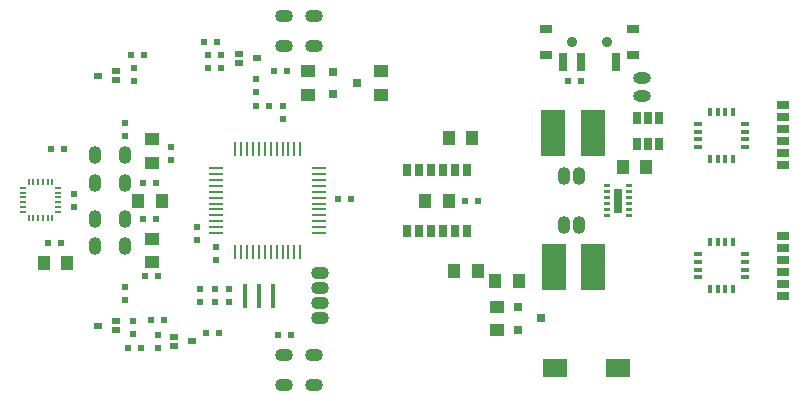
<source format=gts>
G04 #@! TF.FileFunction,Soldermask,Top*
%FSLAX46Y46*%
G04 Gerber Fmt 4.6, Leading zero omitted, Abs format (unit mm)*
G04 Created by KiCad (PCBNEW 4.0.0-rc2-stable) date 2016/07/16 8:54:14*
%MOMM*%
G01*
G04 APERTURE LIST*
%ADD10C,0.150000*%
%ADD11R,1.000000X1.250000*%
%ADD12R,0.600000X0.500000*%
%ADD13R,0.500000X0.600000*%
%ADD14R,1.250000X1.000000*%
%ADD15O,1.500000X1.100000*%
%ADD16O,1.100000X1.500000*%
%ADD17R,2.000000X3.900000*%
%ADD18O,1.500000X1.000000*%
%ADD19R,0.800000X1.000000*%
%ADD20R,1.000000X0.800000*%
%ADD21R,0.650000X1.060000*%
%ADD22C,0.900000*%
%ADD23R,0.700000X1.500000*%
%ADD24R,2.000000X1.600000*%
%ADD25R,0.500000X0.200000*%
%ADD26R,0.600000X0.200000*%
%ADD27R,0.200000X0.500000*%
%ADD28R,0.200000X0.600000*%
%ADD29R,0.250000X1.300000*%
%ADD30R,1.300000X0.250000*%
%ADD31R,0.800000X0.350000*%
%ADD32R,0.350000X0.800000*%
%ADD33R,0.400000X2.000000*%
%ADD34R,0.800000X0.500000*%
%ADD35R,0.800100X0.800100*%
G04 APERTURE END LIST*
D10*
D11*
X103394000Y-87731600D03*
X105394000Y-87731600D03*
D12*
X103793200Y-86106000D03*
X104893200Y-86106000D03*
D13*
X105918000Y-81949200D03*
X105918000Y-83049200D03*
X116332000Y-84730500D03*
X116332000Y-85830500D03*
X123634500Y-75543500D03*
X123634500Y-74443500D03*
D14*
X131953000Y-73517000D03*
X131953000Y-71517000D03*
D11*
X143621000Y-89281000D03*
X141621000Y-89281000D03*
D13*
X117983000Y-87545000D03*
X117983000Y-86445000D03*
D14*
X125730000Y-73517000D03*
X125730000Y-71517000D03*
X141732000Y-93456000D03*
X141732000Y-91456000D03*
D11*
X154416000Y-79629000D03*
X152416000Y-79629000D03*
X139684000Y-77216000D03*
X137684000Y-77216000D03*
X140128500Y-88455500D03*
X138128500Y-88455500D03*
D15*
X123761500Y-69405500D03*
X123761500Y-66865500D03*
D16*
X110286800Y-78638400D03*
X107746800Y-78638400D03*
X110286800Y-86360000D03*
X107746800Y-86360000D03*
D11*
X137715500Y-82486500D03*
X135715500Y-82486500D03*
D15*
X123748800Y-95554800D03*
X123748800Y-98094800D03*
D14*
X112522000Y-85715600D03*
X112522000Y-87715600D03*
D11*
X113369600Y-82499200D03*
X111369600Y-82499200D03*
D14*
X112522000Y-77282800D03*
X112522000Y-79282800D03*
D17*
X146493000Y-76791000D03*
X149922000Y-76791000D03*
X149860000Y-88138000D03*
X146558000Y-88138000D03*
D18*
X154051000Y-72079000D03*
X154051000Y-73606000D03*
D15*
X126746000Y-88646000D03*
X126746000Y-89916000D03*
X126746000Y-91186000D03*
X126746000Y-92456000D03*
D16*
X148717000Y-80391000D03*
X147447000Y-80391000D03*
X147447000Y-84582000D03*
X148717000Y-84582000D03*
D19*
X134112000Y-85090000D03*
X136144000Y-85090000D03*
X135128000Y-85090000D03*
X139192000Y-85090000D03*
X138176000Y-85090000D03*
X137160000Y-85090000D03*
X139192000Y-79883000D03*
X137160000Y-79883000D03*
X138176000Y-79883000D03*
X134112000Y-79883000D03*
X135128000Y-79883000D03*
X136144000Y-79883000D03*
D20*
X165989000Y-90551000D03*
X165989000Y-88519000D03*
X165989000Y-89535000D03*
X165989000Y-85471000D03*
X165989000Y-86487000D03*
X165989000Y-87503000D03*
X165989000Y-79502000D03*
X165989000Y-77470000D03*
X165989000Y-78486000D03*
X165989000Y-74422000D03*
X165989000Y-75438000D03*
X165989000Y-76454000D03*
D15*
X126238000Y-69405500D03*
X126238000Y-66865500D03*
D16*
X110286800Y-80975200D03*
X107746800Y-80975200D03*
X110286800Y-84023200D03*
X107746800Y-84023200D03*
D15*
X126238000Y-95554800D03*
X126238000Y-98094800D03*
D21*
X153609000Y-77681000D03*
X154559000Y-77681000D03*
X155509000Y-77681000D03*
X155509000Y-75481000D03*
X153609000Y-75481000D03*
X154559000Y-75481000D03*
D12*
X123994000Y-71501000D03*
X122894000Y-71501000D03*
D13*
X117284500Y-70125500D03*
X117284500Y-71225500D03*
X118364000Y-70125500D03*
X118364000Y-71225500D03*
D12*
X118088500Y-69024500D03*
X116988500Y-69024500D03*
X111819600Y-80975200D03*
X112919600Y-80975200D03*
X111903600Y-70154800D03*
X110803600Y-70154800D03*
D13*
X110998000Y-72330400D03*
X110998000Y-71230400D03*
X110236000Y-77004000D03*
X110236000Y-75904000D03*
D12*
X147786000Y-72390000D03*
X148886000Y-72390000D03*
X111819600Y-84023200D03*
X112919600Y-84023200D03*
X110549600Y-94996000D03*
X111649600Y-94996000D03*
D13*
X110947200Y-93768000D03*
X110947200Y-92668000D03*
D12*
X124298800Y-93878400D03*
X123198800Y-93878400D03*
D13*
X110236000Y-89772400D03*
X110236000Y-90872400D03*
D12*
X112480000Y-92557600D03*
X113580000Y-92557600D03*
D13*
X113030000Y-93836400D03*
X113030000Y-94936400D03*
D12*
X140186500Y-82486500D03*
X139086500Y-82486500D03*
X118202800Y-93726000D03*
X117102800Y-93726000D03*
X122470000Y-74485500D03*
X121370000Y-74485500D03*
D13*
X121348500Y-73321000D03*
X121348500Y-72221000D03*
X119062500Y-89937500D03*
X119062500Y-91037500D03*
X116586000Y-89975600D03*
X116586000Y-91075600D03*
D12*
X111972000Y-88900000D03*
X113072000Y-88900000D03*
D13*
X117919500Y-89937500D03*
X117919500Y-91037500D03*
D12*
X104047200Y-78130400D03*
X105147200Y-78130400D03*
X129391500Y-82359500D03*
X128291500Y-82359500D03*
D13*
X114198400Y-77986800D03*
X114198400Y-79086800D03*
D22*
X151106000Y-69017000D03*
X148106000Y-69017000D03*
D23*
X151856000Y-70767000D03*
X148856000Y-70767000D03*
X147356000Y-70767000D03*
D20*
X153256000Y-67917000D03*
X145956000Y-67917000D03*
X145956000Y-70117000D03*
X153256000Y-70117000D03*
D24*
X152052000Y-96647000D03*
X146652000Y-96647000D03*
D25*
X101624000Y-81423000D03*
D26*
X101624000Y-81823000D03*
X101624000Y-82223000D03*
X101624000Y-82623000D03*
X101624000Y-83023000D03*
D25*
X101624000Y-83423000D03*
D27*
X102124000Y-83923000D03*
D28*
X102524000Y-83923000D03*
X102924000Y-83923000D03*
X103324000Y-83923000D03*
X103724000Y-83923000D03*
D27*
X104124000Y-83923000D03*
D25*
X104624000Y-83423000D03*
D26*
X104624000Y-83023000D03*
X104624000Y-82623000D03*
X104624000Y-82223000D03*
X104624000Y-81823000D03*
D25*
X104624000Y-81423000D03*
D27*
X104124000Y-80923000D03*
D28*
X103724000Y-80923000D03*
X103324000Y-80923000D03*
X102924000Y-80923000D03*
X102524000Y-80923000D03*
D27*
X102124000Y-80923000D03*
D29*
X119614500Y-86836500D03*
X120114500Y-86836500D03*
X120614500Y-86836500D03*
X121114500Y-86836500D03*
X121614500Y-86836500D03*
X122114500Y-86836500D03*
X122614500Y-86836500D03*
X123114500Y-86836500D03*
X123614500Y-86836500D03*
X124114500Y-86836500D03*
X124614500Y-86836500D03*
X125114500Y-86836500D03*
D30*
X126714500Y-85236500D03*
X126714500Y-84736500D03*
X126714500Y-84236500D03*
X126714500Y-83736500D03*
X126714500Y-83236500D03*
X126714500Y-82736500D03*
X126714500Y-82236500D03*
X126714500Y-81736500D03*
X126714500Y-81236500D03*
X126714500Y-80736500D03*
X126714500Y-80236500D03*
X126714500Y-79736500D03*
D29*
X125114500Y-78136500D03*
X124614500Y-78136500D03*
X124114500Y-78136500D03*
X123614500Y-78136500D03*
X123114500Y-78136500D03*
X122614500Y-78136500D03*
X122114500Y-78136500D03*
X121614500Y-78136500D03*
X121114500Y-78136500D03*
X120614500Y-78136500D03*
X120114500Y-78136500D03*
X119614500Y-78136500D03*
D30*
X118014500Y-79736500D03*
X118014500Y-80236500D03*
X118014500Y-80736500D03*
X118014500Y-81236500D03*
X118014500Y-81736500D03*
X118014500Y-82236500D03*
X118014500Y-82736500D03*
X118014500Y-83236500D03*
X118014500Y-83736500D03*
X118014500Y-84236500D03*
X118014500Y-84736500D03*
X118014500Y-85236500D03*
D10*
G36*
X152719000Y-82361500D02*
X152719000Y-82111500D01*
X153219000Y-82111500D01*
X153219000Y-82361500D01*
X152719000Y-82361500D01*
X152719000Y-82361500D01*
G37*
G36*
X152719000Y-82861500D02*
X152719000Y-82611500D01*
X153219000Y-82611500D01*
X153219000Y-82861500D01*
X152719000Y-82861500D01*
X152719000Y-82861500D01*
G37*
G36*
X152719000Y-83361500D02*
X152719000Y-83111500D01*
X153219000Y-83111500D01*
X153219000Y-83361500D01*
X152719000Y-83361500D01*
X152719000Y-83361500D01*
G37*
G36*
X152719000Y-83861500D02*
X152719000Y-83611500D01*
X153219000Y-83611500D01*
X153219000Y-83861500D01*
X152719000Y-83861500D01*
X152719000Y-83861500D01*
G37*
G36*
X152719000Y-81861500D02*
X152719000Y-81611500D01*
X153219000Y-81611500D01*
X153219000Y-81861500D01*
X152719000Y-81861500D01*
X152719000Y-81861500D01*
G37*
G36*
X152719000Y-81361500D02*
X152719000Y-81111500D01*
X153219000Y-81111500D01*
X153219000Y-81361500D01*
X152719000Y-81361500D01*
X152719000Y-81361500D01*
G37*
G36*
X150819000Y-81361500D02*
X150819000Y-81111500D01*
X151319000Y-81111500D01*
X151319000Y-81361500D01*
X150819000Y-81361500D01*
X150819000Y-81361500D01*
G37*
G36*
X150819000Y-81861500D02*
X150819000Y-81611500D01*
X151319000Y-81611500D01*
X151319000Y-81861500D01*
X150819000Y-81861500D01*
X150819000Y-81861500D01*
G37*
G36*
X150819000Y-82361500D02*
X150819000Y-82111500D01*
X151319000Y-82111500D01*
X151319000Y-82361500D01*
X150819000Y-82361500D01*
X150819000Y-82361500D01*
G37*
G36*
X150819000Y-82861500D02*
X150819000Y-82611500D01*
X151319000Y-82611500D01*
X151319000Y-82861500D01*
X150819000Y-82861500D01*
X150819000Y-82861500D01*
G37*
G36*
X150819000Y-83361500D02*
X150819000Y-83111500D01*
X151319000Y-83111500D01*
X151319000Y-83361500D01*
X150819000Y-83361500D01*
X150819000Y-83361500D01*
G37*
G36*
X150819000Y-83861500D02*
X150819000Y-83611500D01*
X151319000Y-83611500D01*
X151319000Y-83861500D01*
X150819000Y-83861500D01*
X150819000Y-83861500D01*
G37*
G36*
X151669000Y-82836500D02*
X151669000Y-82136500D01*
X152369000Y-82136500D01*
X152369000Y-82836500D01*
X151669000Y-82836500D01*
X151669000Y-82836500D01*
G37*
G36*
X151669000Y-83536500D02*
X151669000Y-82836500D01*
X152369000Y-82836500D01*
X152369000Y-83536500D01*
X151669000Y-83536500D01*
X151669000Y-83536500D01*
G37*
G36*
X151669000Y-82236500D02*
X151669000Y-81536500D01*
X152369000Y-81536500D01*
X152369000Y-82236500D01*
X151669000Y-82236500D01*
X151669000Y-82236500D01*
G37*
D31*
X162782000Y-88986000D03*
X162782000Y-88336000D03*
X162782000Y-87686000D03*
X162782000Y-87036000D03*
D32*
X161757000Y-86011000D03*
X161107000Y-86011000D03*
X160457000Y-86011000D03*
X159807000Y-86011000D03*
D31*
X158782000Y-87036000D03*
X158782000Y-87686000D03*
X158782000Y-88336000D03*
X158782000Y-88986000D03*
D32*
X159807000Y-90011000D03*
X160457000Y-90011000D03*
X161107000Y-90011000D03*
X161757000Y-90011000D03*
D31*
X162782000Y-77937000D03*
X162782000Y-77287000D03*
X162782000Y-76637000D03*
X162782000Y-75987000D03*
D32*
X161757000Y-74962000D03*
X161107000Y-74962000D03*
X160457000Y-74962000D03*
X159807000Y-74962000D03*
D31*
X158782000Y-75987000D03*
X158782000Y-76637000D03*
X158782000Y-77287000D03*
X158782000Y-77937000D03*
D32*
X159807000Y-78962000D03*
X160457000Y-78962000D03*
X161107000Y-78962000D03*
X161757000Y-78962000D03*
D33*
X121602500Y-90551000D03*
X120402500Y-90551000D03*
X122802500Y-90551000D03*
D34*
X119888000Y-70802500D03*
X119888000Y-70040500D03*
X121412000Y-70421500D03*
X109524800Y-71551800D03*
X109524800Y-72313800D03*
X108000800Y-71932800D03*
X109524800Y-92684600D03*
X109524800Y-93446600D03*
X108000800Y-93065600D03*
X114401600Y-94767400D03*
X114401600Y-94005400D03*
X115925600Y-94386400D03*
D35*
X127904240Y-71567000D03*
X127904240Y-73467000D03*
X129903220Y-72517000D03*
X143525240Y-91506000D03*
X143525240Y-93406000D03*
X145524220Y-92456000D03*
M02*

</source>
